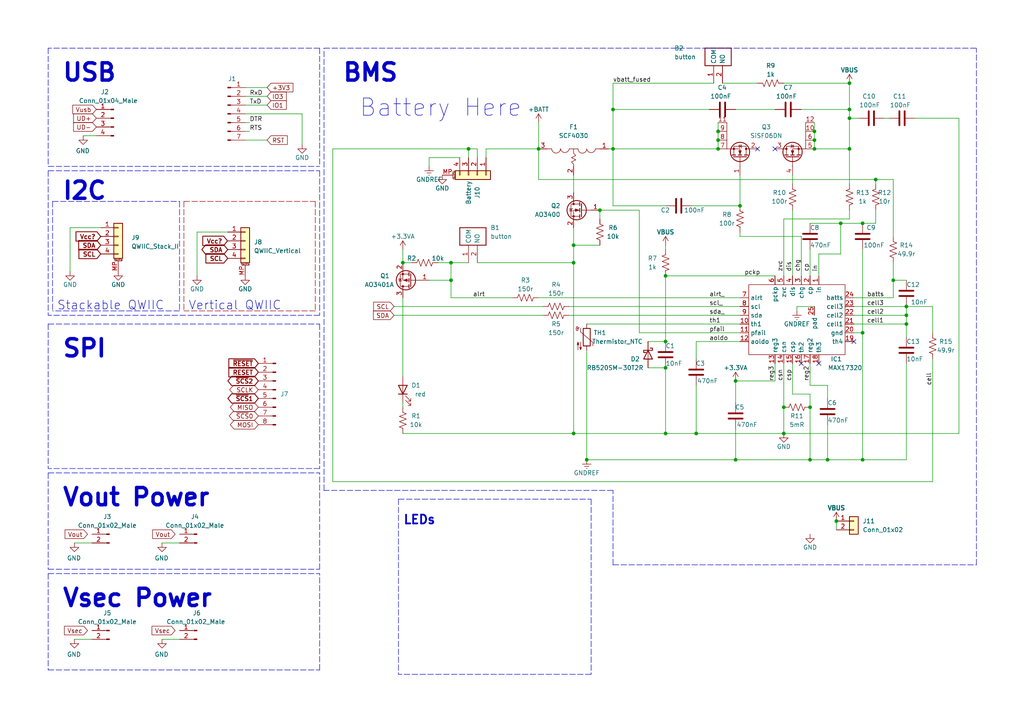
<source format=kicad_sch>
(kicad_sch (version 20211123) (generator eeschema)
  (paper "A4")
  (title_block (title "2s Li-Ion BMS") (rev "0.2.0") (company "The Nerd Mage / Austins Creations"))
  (lib_symbols
    (symbol "Austins creations:MAX17320"
      (property "Reference" "IC1" (at 11.43 -11.43 90))
      (property "Value" "MAX17320" (at 11.43 -13.97 90))
      (symbol "MAX17320_1_1"
        (pin input line (at -12.7 6.35 0) (length 2.54) (name "in") (number "1"))
        (pin input line (at 1.27 -16.51 90) (length 2.54) (name "th1") (number "10"))
        (pin input line (at 3.81 -16.51 90) (length 2.54) (name "pfail") (number "11"))
        (pin input line (at 6.35 -16.51 90) (length 2.54) (name "aoldo") (number "12"))
        (pin input line (at 12.7 -6.35 180) (length 2.54) (name "reg3") (number "13"))
        (pin input line (at 12.7 -3.81 180) (length 2.54) (name "csn") (number "14"))
        (pin input line (at 12.7 -1.27 180) (length 2.54) (name "csp") (number "15"))
        (pin input line (at 12.7 1.27 180) (length 2.54) (name "th2") (number "16"))
        (pin input line (at 12.7 3.81 180) (length 2.54) (name "reg2") (number "17"))
        (pin input line (at 12.7 6.35 180) (length 2.54) (name "th3") (number "18"))
        (pin input line (at 6.35 16.51 270) (length 2.54) (name "th4") (number "19"))
        (pin input line (at -12.7 3.81 0) (length 2.54) (name "cp") (number "2"))
        (pin input line (at 3.81 16.51 270) (length 2.54) (name "gnd") (number "20"))
        (pin input line (at 1.27 16.51 270) (length 2.54) (name "cell1") (number "21"))
        (pin input line (at -1.27 16.51 270) (length 2.54) (name "cell2") (number "22"))
        (pin input line (at -3.81 16.51 270) (length 2.54) (name "cell3") (number "23"))
        (pin input line (at -6.35 16.51 270) (length 2.54) (name "batts") (number "24"))
        (pin input line (at -3.81 5.08 0) (length 2.54) (name "pad") (number "25"))
        (pin input line (at -12.7 1.27 0) (length 2.54) (name "chg") (number "3"))
        (pin input line (at -12.7 -1.27 0) (length 2.54) (name "dis") (number "4"))
        (pin input line (at -12.7 -3.81 0) (length 2.54) (name "zvc") (number "5"))
        (pin input line (at -12.7 -6.35 0) (length 2.54) (name "pckp") (number "6"))
        (pin input line (at -6.35 -16.51 90) (length 2.54) (name "alrt") (number "7"))
        (pin input line (at -3.81 -16.51 90) (length 2.54) (name "scl") (number "8"))
        (pin input line (at -1.27 -16.51 90) (length 2.54) (name "sda") (number "9"))
      )
    )
    (symbol "Austins creations:SCF4030"
      (property "Reference" "F" (at 0 5.08 0))
      (property "Value" "SCF4030" (at 0 2.54 0))
      (symbol "SCF4030_1_1"
        (pin input line (at 10.16 0 180) (length 2.54) (name "") (number "1"))
        (pin input line (at 0 -7.62 90) (length 2.54) (name "") (number "2"))
        (pin input line (at -10.16 0 0) (length 2.54) (name "") (number "3"))
      )
    )
    (symbol "Austins creations:button"
      (property "Reference" "B" (at 0 10.16 0))
      (property "Value" "button" (at 0 7.62 0))
      (property "part #" "C410373" (at 0 5.08 0))
      (symbol "button_1_0"
        (pin bidirectional line (at -5.08 1.27 0) (length 5.08) (name "COM") (number "1"))
        (pin bidirectional line (at -5.08 -1.27 0) (length 5.08) (name "NO") (number "2"))
      )
    )
    (symbol "Connector:Conn_01x02_Male" (pin_names (offset 1.016) hide)
      (property "Reference" "J" (at 0 2.54 0))
      (property "Value" "Conn_01x02_Male" (at 0 -5.08 0))
      (symbol "Conn_01x02_Male_1_1"
        (pin passive line (at 5.08 0 180) (length 3.81) (name "Pin_1") (number "1"))
        (pin passive line (at 5.08 -2.54 180) (length 3.81) (name "Pin_2") (number "2"))
      )
    )
    (symbol "Connector:Conn_01x04_Male" (pin_names (offset 1.016) hide)
      (property "Reference" "J" (at 0 5.08 0))
      (property "Value" "Conn_01x04_Male" (at 0 -7.62 0))
      (symbol "Conn_01x04_Male_1_1"
        (pin passive line (at 5.08 2.54 180) (length 3.81) (name "Pin_1") (number "1"))
        (pin passive line (at 5.08 0 180) (length 3.81) (name "Pin_2") (number "2"))
        (pin passive line (at 5.08 -2.54 180) (length 3.81) (name "Pin_3") (number "3"))
        (pin passive line (at 5.08 -5.08 180) (length 3.81) (name "Pin_4") (number "4"))
      )
    )
    (symbol "Connector:Conn_01x07_Male" (pin_names (offset 1.016) hide)
      (property "Reference" "J" (at 0 10.16 0))
      (property "Value" "Conn_01x07_Male" (at 0 -10.16 0))
      (symbol "Conn_01x07_Male_1_1"
        (pin passive line (at 5.08 7.62 180) (length 3.81) (name "Pin_1") (number "1"))
        (pin passive line (at 5.08 5.08 180) (length 3.81) (name "Pin_2") (number "2"))
        (pin passive line (at 5.08 2.54 180) (length 3.81) (name "Pin_3") (number "3"))
        (pin passive line (at 5.08 0 180) (length 3.81) (name "Pin_4") (number "4"))
        (pin passive line (at 5.08 -2.54 180) (length 3.81) (name "Pin_5") (number "5"))
        (pin passive line (at 5.08 -5.08 180) (length 3.81) (name "Pin_6") (number "6"))
        (pin passive line (at 5.08 -7.62 180) (length 3.81) (name "Pin_7") (number "7"))
      )
    )
    (symbol "Connector:Conn_01x08_Male" (pin_names (offset 1.016) hide)
      (property "Reference" "J" (at 0 10.16 0))
      (property "Value" "Conn_01x08_Male" (at 0 -12.7 0))
      (symbol "Conn_01x08_Male_1_1"
        (pin passive line (at 5.08 7.62 180) (length 3.81) (name "Pin_1") (number "1"))
        (pin passive line (at 5.08 5.08 180) (length 3.81) (name "Pin_2") (number "2"))
        (pin passive line (at 5.08 2.54 180) (length 3.81) (name "Pin_3") (number "3"))
        (pin passive line (at 5.08 0 180) (length 3.81) (name "Pin_4") (number "4"))
        (pin passive line (at 5.08 -2.54 180) (length 3.81) (name "Pin_5") (number "5"))
        (pin passive line (at 5.08 -5.08 180) (length 3.81) (name "Pin_6") (number "6"))
        (pin passive line (at 5.08 -7.62 180) (length 3.81) (name "Pin_7") (number "7"))
        (pin passive line (at 5.08 -10.16 180) (length 3.81) (name "Pin_8") (number "8"))
      )
    )
    (symbol "Connector_Generic:Conn_01x02" (pin_names (offset 1.016) hide)
      (property "Reference" "J" (at 0 2.54 0))
      (property "Value" "Conn_01x02" (at 0 -5.08 0))
      (symbol "Conn_01x02_1_1"
        (pin passive line (at -5.08 0 0) (length 3.81) (name "Pin_1") (number "1"))
        (pin passive line (at -5.08 -2.54 0) (length 3.81) (name "Pin_2") (number "2"))
      )
    )
    (symbol "Connector_Generic_MountingPin:Conn_01x04_MountingPin" (pin_names (offset 1.016) hide)
      (property "Reference" "J" (at 0 5.08 0))
      (property "Value" "Conn_01x04_MountingPin" (at 1.27 -7.62 0))
      (symbol "Conn_01x04_MountingPin_1_1"
        (text "Mounting" (at 0 -6.731 0) (effects (font (size 0.381 0.381))))
        (pin passive line (at -5.08 2.54 0) (length 3.81) (name "Pin_1") (number "1"))
        (pin passive line (at -5.08 0 0) (length 3.81) (name "Pin_2") (number "2"))
        (pin passive line (at -5.08 -2.54 0) (length 3.81) (name "Pin_3") (number "3"))
        (pin passive line (at -5.08 -5.08 0) (length 3.81) (name "Pin_4") (number "4"))
        (pin passive line (at 0 -10.16 90) (length 3.048) (name "MountPin") (number "MP"))
      )
    )
    (symbol "Connector_QWIIC_Stackable:QWIIC_Stackable" (pin_names (offset 1.016) hide)
      (property "Reference" "J" (at 0 5.08 0))
      (property "Value" "QWIIC_Stackable" (at 1.27 -7.62 0))
      (symbol "QWIIC_Stackable_1_1"
        (text "Mounting" (at 0 -6.731 0) (effects (font (size 0.381 0.381))))
        (pin passive line (at -5.08 2.54 0) (length 3.81) (name "Pin_1") (number "1"))
        (pin passive line (at -5.08 0 0) (length 3.81) (name "Pin_2") (number "2"))
        (pin passive line (at -5.08 -2.54 0) (length 3.81) (name "Pin_3") (number "3"))
        (pin passive line (at -5.08 -5.08 0) (length 3.81) (name "Pin_4") (number "4"))
        (pin passive line (at 0 -10.16 90) (length 3.048) (name "MountPin") (number "MP"))
      )
    )
    (symbol "Device:C" (pin_numbers hide) (pin_names (offset 0.254))
      (property "Reference" "C" (at 0.635 2.54 0))
      (property "Value" "C" (at 0.635 -2.54 0))
      (symbol "C_1_1"
        (pin passive line (at 0 3.81 270) (length 2.794) (name "~") (number "1"))
        (pin passive line (at 0 -3.81 90) (length 2.794) (name "~") (number "2"))
      )
    )
    (symbol "Device:D_Schottky" (pin_numbers hide) (pin_names (offset 1.016) hide)
      (property "Reference" "D" (at 0 2.54 0))
      (property "Value" "D_Schottky" (at 0 -2.54 0))
      (symbol "D_Schottky_1_1"
        (pin passive line (at -3.81 0 0) (length 2.54) (name "K") (number "1"))
        (pin passive line (at 3.81 0 180) (length 2.54) (name "A") (number "2"))
      )
    )
    (symbol "Device:LED" (pin_numbers hide) (pin_names (offset 1.016) hide)
      (property "Reference" "D" (at 0 2.54 0))
      (property "Value" "LED" (at 0 -2.54 0))
      (symbol "LED_1_1"
        (pin passive line (at -3.81 0 0) (length 2.54) (name "K") (number "1"))
        (pin passive line (at 3.81 0 180) (length 2.54) (name "A") (number "2"))
      )
    )
    (symbol "Device:R_US" (pin_numbers hide) (pin_names (offset 0))
      (property "Reference" "R" (at 2.54 0 90))
      (property "Value" "R_US" (at -2.54 0 90))
      (symbol "R_US_1_1"
        (pin passive line (at 0 3.81 270) (length 1.27) (name "~") (number "1"))
        (pin passive line (at 0 -3.81 90) (length 1.27) (name "~") (number "2"))
      )
    )
    (symbol "Device:Thermistor_NTC" (pin_numbers hide) (pin_names (offset 0))
      (property "Reference" "TH" (at -4.445 0 90))
      (property "Value" "Thermistor_NTC" (at 3.175 0 90))
      (symbol "Thermistor_NTC_1_1"
        (pin passive line (at 0 3.81 270) (length 1.27) (name "~") (number "1"))
        (pin passive line (at 0 -3.81 90) (length 1.27) (name "~") (number "2"))
      )
    )
    (symbol "SISF06DN-T1-GE3:SiSF06DN" (pin_names hide)
      (property "Reference" "Q3" (at -7.62 2.54 90))
      (property "Value" "SiSF06DN" (at 5.08 7.62 90))
      (symbol "SiSF06DN_1_1"
        (pin input line (at -7.62 15.24 0) (length 2.54) (name "G1") (number "1"))
        (pin passive line (at 5.08 -6.35 90) (length 2.54) (name "S2") (number "10"))
        (pin passive line (at 7.62 21.59 270) (length 2.54) (name "S1") (number "11"))
        (pin passive line (at 7.62 -6.35 90) (length 2.54) (name "S2") (number "12"))
        (pin passive line (at 0 10.16 90) (length 2.54) (name "D1") (number "2"))
        (pin passive line (at 0 5.08 270) (length 2.54) (name "D2") (number "3"))
        (pin input line (at -7.62 0 0) (length 2.54) (name "G2") (number "4"))
        (pin passive line (at 0 -6.35 90) (length 2.54) (name "S2") (number "5"))
        (pin passive line (at 2.54 -6.35 90) (length 2.54) (name "S2") (number "6"))
        (pin passive line (at 0 21.59 270) (length 2.54) (name "S1") (number "7"))
        (pin passive line (at 2.54 21.59 270) (length 2.54) (name "S1") (number "8"))
        (pin passive line (at 5.08 21.59 270) (length 2.54) (name "S1") (number "9"))
      )
    )
    (symbol "Transistor_FET:2N7002" (pin_names hide)
      (property "Reference" "Q" (at 5.08 1.905 0))
      (property "Value" "2N7002" (at 5.08 0 0))
      (symbol "2N7002_1_1"
        (pin input line (at -5.08 0 0) (length 2.54) (name "G") (number "1"))
        (pin passive line (at 2.54 -5.08 90) (length 2.54) (name "S") (number "2"))
        (pin passive line (at 2.54 5.08 270) (length 2.54) (name "D") (number "3"))
      )
    )
    (symbol "Transistor_FET:AO3401A" (pin_names hide)
      (property "Reference" "Q" (at 5.08 1.905 0))
      (property "Value" "AO3401A" (at 5.08 0 0))
      (symbol "AO3401A_1_1"
        (pin input line (at -5.08 0 0) (length 2.54) (name "G") (number "1"))
        (pin passive line (at 2.54 -5.08 90) (length 2.54) (name "S") (number "2"))
        (pin passive line (at 2.54 5.08 270) (length 2.54) (name "D") (number "3"))
      )
    )
    (symbol "power:+3.3VA" (power) (pin_names (offset 0))
      (property "Value" "+3.3VA" (at 0 3.556 0))
      (symbol "+3.3VA_1_1"
        (pin power_in line (at 0 0 90) (length 0) hide (name "+3.3VA") (number "1"))
      )
    )
    (symbol "power:+BATT" (power) (pin_names (offset 0))
      (property "Value" "+BATT" (at 0 3.556 0))
      (symbol "+BATT_1_1"
        (pin power_in line (at 0 0 90) (length 0) hide (name "+BATT") (number "1"))
      )
    )
    (symbol "power:GND" (power) (pin_names (offset 0))
      (property "Value" "GND" (at 0 -3.81 0))
      (symbol "GND_1_1"
        (pin power_in line (at 0 0 270) (length 0) hide (name "GND") (number "1"))
      )
    )
    (symbol "power:GNDREF" (power) (pin_names (offset 0))
      (property "Value" "GNDREF" (at 0 -3.81 0))
      (symbol "GNDREF_1_1"
        (pin power_in line (at 0 0 270) (length 0) hide (name "GNDREF") (number "1"))
      )
    )
    (symbol "power:VBUS" (power) (pin_names (offset 0))
      (property "Value" "VBUS" (at 0 3.81 0))
      (symbol "VBUS_1_1"
        (pin power_in line (at 0 0 90) (length 0) hide (name "VBUS") (number "1"))
      )
    )
  )
  (junction (at 156.21 43.18))
  (junction (at 116.84 76.2))
  (junction (at 240.03 133.35))
  (junction (at 236.22 43.18))
  (junction (at 130.81 81.28))
  (junction (at 173.99 60.96))
  (junction (at 166.37 71.12))
  (junction (at 214.63 59.69))
  (junction (at 246.38 43.18))
  (junction (at 259.08 81.28))
  (junction (at 213.36 110.49))
  (junction (at 262.89 91.44))
  (junction (at 208.28 40.64))
  (junction (at 213.36 133.35))
  (junction (at 234.95 118.11))
  (junction (at 243.84 64.77))
  (junction (at 242.57 151.13))
  (junction (at 201.93 125.73))
  (junction (at 246.38 34.29))
  (junction (at 177.8 31.75))
  (junction (at 166.37 125.73))
  (junction (at 208.28 38.1))
  (junction (at 193.04 99.06))
  (junction (at 170.18 133.35))
  (junction (at 254 52.07))
  (junction (at 193.04 106.68))
  (junction (at 250.19 133.35))
  (junction (at 130.81 76.2))
  (junction (at 227.33 118.11))
  (junction (at 208.28 43.18))
  (junction (at 166.37 76.2))
  (junction (at 193.04 125.73))
  (junction (at 246.38 24.13))
  (junction (at 177.8 43.18))
  (junction (at 236.22 38.1))
  (junction (at 250.19 64.77))
  (junction (at 262.89 88.9))
  (junction (at 250.19 96.52))
  (junction (at 193.04 80.01))
  (junction (at 135.89 43.18))
  (junction (at 227.33 125.73))
  (junction (at 262.89 93.98))
  (junction (at 246.38 31.75))
  (junction (at 236.22 40.64))
  (junction (at 234.95 133.35))
  (no_connect (at 237.49 105.41))
  (no_connect (at 224.79 43.18))
  (no_connect (at 219.71 43.18))
  (no_connect (at 247.65 99.06))
  (no_connect (at 232.41 105.41))
  (wire (pts (xy 242.57 151.13) (xy 242.57 153.67)))
  (wire (pts (xy 246.38 31.75) (xy 246.38 34.29)))
  (wire (pts (xy 234.95 105.41) (xy 234.95 111.76)))
  (wire (pts (xy 247.65 93.98) (xy 262.89 93.98)))
  (polyline (pts (xy 115.57 144.78) (xy 171.45 144.78)))
  (wire (pts (xy 201.93 99.06) (xy 214.63 99.06)))
  (wire (pts (xy 71.12 25.4) (xy 77.47 25.4)))
  (wire (pts (xy 127 76.2) (xy 130.81 76.2)))
  (wire (pts (xy 232.41 31.75) (xy 246.38 31.75)))
  (wire (pts (xy 229.87 50.8) (xy 229.87 53.34)))
  (wire (pts (xy 214.63 50.8) (xy 214.63 59.69)))
  (wire (pts (xy 227.33 105.41) (xy 227.33 118.11)))
  (wire (pts (xy 254 52.07) (xy 254 53.34)))
  (polyline (pts (xy 13.97 194.31) (xy 92.71 194.31)))
  (polyline (pts (xy 115.57 144.78) (xy 115.57 195.58)))
  (wire (pts (xy 177.8 31.75) (xy 177.8 43.18)))
  (wire (pts (xy 232.41 68.58) (xy 232.41 80.01)))
  (wire (pts (xy 262.89 88.9) (xy 262.89 91.44)))
  (polyline (pts (xy 92.71 194.31) (xy 92.71 166.37)))
  (wire (pts (xy 224.79 110.49) (xy 224.79 105.41)))
  (wire (pts (xy 165.1 88.9) (xy 214.63 88.9)))
  (wire (pts (xy 262.89 88.9) (xy 270.51 88.9)))
  (polyline (pts (xy 92.71 91.44) (xy 13.97 91.44)))
  (wire (pts (xy 208.28 38.1) (xy 208.28 40.64)))
  (wire (pts (xy 236.22 43.18) (xy 246.38 43.18)))
  (wire (pts (xy 270.51 88.9) (xy 270.51 96.52)))
  (wire (pts (xy 193.04 125.73) (xy 201.93 125.73)))
  (polyline (pts (xy 53.34 58.42) (xy 91.44 58.42)) (stroke (width 0) (color 155 0 0 1)))
  (wire (pts (xy 262.89 105.41) (xy 262.89 133.35)))
  (wire (pts (xy 213.36 31.75) (xy 224.79 31.75)))
  (wire (pts (xy 71.12 30.48) (xy 77.47 30.48)))
  (wire (pts (xy 208.28 35.56) (xy 208.28 38.1)))
  (wire (pts (xy 236.22 35.56) (xy 236.22 38.1)))
  (wire (pts (xy 256.54 34.29) (xy 257.81 34.29)))
  (wire (pts (xy 185.42 60.96) (xy 185.42 96.52)))
  (wire (pts (xy 29.21 66.04) (xy 20.32 66.04)))
  (wire (pts (xy 156.21 43.18) (xy 156.21 52.07)))
  (wire (pts (xy 236.22 88.9) (xy 231.14 88.9)))
  (wire (pts (xy 213.36 110.49) (xy 224.79 110.49)))
  (wire (pts (xy 234.95 133.35) (xy 240.03 133.35)))
  (polyline (pts (xy 53.34 58.42) (xy 53.34 90.17)) (stroke (width 0) (color 155 0 0 1)))
  (wire (pts (xy 213.36 124.46) (xy 213.36 133.35)))
  (polyline (pts (xy 13.97 49.53) (xy 92.71 49.53)))
  (polyline (pts (xy 13.97 166.37) (xy 92.71 166.37)))
  (wire (pts (xy 130.81 81.28) (xy 130.81 86.36)))
  (wire (pts (xy 227.33 118.11) (xy 227.33 125.73)))
  (wire (pts (xy 209.55 24.13) (xy 219.71 24.13)))
  (wire (pts (xy 259.08 68.58) (xy 259.08 52.07)))
  (wire (pts (xy 259.08 76.2) (xy 259.08 81.28)))
  (wire (pts (xy 193.04 59.69) (xy 177.8 59.69)))
  (wire (pts (xy 156.21 35.56) (xy 156.21 43.18)))
  (wire (pts (xy 116.84 116.84) (xy 116.84 118.11)))
  (polyline (pts (xy 92.71 93.98) (xy 92.71 135.89)))
  (polyline (pts (xy 171.45 195.58) (xy 115.57 195.58)))
  (wire (pts (xy 229.87 114.3) (xy 229.87 105.41)))
  (wire (pts (xy 240.03 123.19) (xy 240.03 133.35)))
  (wire (pts (xy 214.63 96.52) (xy 185.42 96.52)))
  (polyline (pts (xy 15.24 58.42) (xy 52.07 58.42)))
  (wire (pts (xy 166.37 125.73) (xy 193.04 125.73)))
  (wire (pts (xy 27.94 39.37) (xy 24.13 39.37)))
  (wire (pts (xy 138.43 76.2) (xy 166.37 76.2)))
  (wire (pts (xy 229.87 114.3) (xy 234.95 114.3)))
  (wire (pts (xy 247.65 96.52) (xy 250.19 96.52)))
  (wire (pts (xy 124.46 81.28) (xy 130.81 81.28)))
  (wire (pts (xy 166.37 71.12) (xy 166.37 76.2)))
  (wire (pts (xy 140.97 43.18) (xy 156.21 43.18)))
  (polyline (pts (xy 93.98 142.24) (xy 93.98 13.97)))
  (wire (pts (xy 227.33 63.5) (xy 246.38 63.5)))
  (polyline (pts (xy 92.71 13.97) (xy 13.97 13.97)))
  (wire (pts (xy 116.84 76.2) (xy 119.38 76.2)))
  (wire (pts (xy 236.22 40.64) (xy 236.22 43.18)))
  (wire (pts (xy 173.99 60.96) (xy 173.99 63.5)))
  (polyline (pts (xy 91.44 58.42) (xy 91.44 90.17)) (stroke (width 0) (color 155 0 0 1)))
  (wire (pts (xy 156.21 86.36) (xy 214.63 86.36)))
  (wire (pts (xy 66.04 69.85) (xy 65.9851 69.8684)))
  (polyline (pts (xy 15.24 58.42) (xy 15.24 90.17)))
  (wire (pts (xy 71.12 40.64) (xy 77.47 40.64)))
  (wire (pts (xy 176.53 43.18) (xy 177.8 43.18)))
  (polyline (pts (xy 93.98 13.97) (xy 283.21 13.97)))
  (polyline (pts (xy 177.8 142.24) (xy 93.98 142.24)))
  (wire (pts (xy 173.99 60.96) (xy 185.42 60.96)))
  (wire (pts (xy 87.63 33.02) (xy 71.12 33.02)))
  (polyline (pts (xy 13.97 137.16) (xy 13.97 165.1)))
  (wire (pts (xy 234.95 114.3) (xy 234.95 118.11)))
  (wire (pts (xy 133.35 45.72) (xy 124.46 45.72)))
  (polyline (pts (xy 92.71 49.53) (xy 92.71 91.44)))
  (wire (pts (xy 46.99 157.48) (xy 52.07 157.48)))
  (wire (pts (xy 201.93 111.76) (xy 201.93 125.73)))
  (wire (pts (xy 193.04 106.68) (xy 193.04 125.73)))
  (wire (pts (xy 234.95 64.77) (xy 243.84 64.77)))
  (wire (pts (xy 138.43 43.18) (xy 138.43 45.72)))
  (wire (pts (xy 213.36 133.35) (xy 234.95 133.35)))
  (wire (pts (xy 114.3 88.9) (xy 157.48 88.9)))
  (wire (pts (xy 21.59 157.48) (xy 26.67 157.48)))
  (wire (pts (xy 166.37 66.04) (xy 166.37 71.12)))
  (wire (pts (xy 71.12 38.1) (xy 72.39 38.1)))
  (polyline (pts (xy 177.8 163.83) (xy 177.8 142.24)))
  (wire (pts (xy 236.22 38.1) (xy 236.22 40.64)))
  (wire (pts (xy 237.49 73.66) (xy 243.84 73.66)))
  (wire (pts (xy 166.37 76.2) (xy 166.37 125.73)))
  (wire (pts (xy 227.33 24.13) (xy 246.38 24.13)))
  (polyline (pts (xy 13.97 93.98) (xy 92.71 93.98)))
  (wire (pts (xy 116.84 72.39) (xy 116.84 76.2)))
  (wire (pts (xy 96.52 139.7) (xy 96.52 43.18)))
  (wire (pts (xy 71.12 27.94) (xy 77.47 27.94)))
  (wire (pts (xy 262.89 93.98) (xy 262.89 97.79)))
  (wire (pts (xy 213.36 110.49) (xy 213.36 116.84)))
  (wire (pts (xy 57.15 67.31) (xy 57.15 80.01)))
  (polyline (pts (xy 13.97 166.37) (xy 13.97 194.31)))
  (wire (pts (xy 170.18 93.98) (xy 214.63 93.98)))
  (polyline (pts (xy 91.44 90.17) (xy 53.34 90.17)) (stroke (width 0) (color 155 0 0 1)))
  (wire (pts (xy 246.38 43.18) (xy 246.38 53.34)))
  (wire (pts (xy 166.37 50.8) (xy 166.37 55.88)))
  (wire (pts (xy 200.66 59.69) (xy 214.63 59.69)))
  (wire (pts (xy 201.93 125.73) (xy 227.33 125.73)))
  (wire (pts (xy 177.8 43.18) (xy 177.8 59.69)))
  (polyline (pts (xy 13.97 13.97) (xy 13.97 48.26)))
  (wire (pts (xy 246.38 34.29) (xy 248.92 34.29)))
  (wire (pts (xy 193.04 80.01) (xy 224.79 80.01)))
  (wire (pts (xy 96.52 139.7) (xy 270.51 139.7)))
  (wire (pts (xy 227.33 125.73) (xy 278.13 125.73)))
  (wire (pts (xy 278.13 34.29) (xy 278.13 125.73)))
  (wire (pts (xy 177.8 24.13) (xy 177.8 31.75)))
  (wire (pts (xy 46.99 185.42) (xy 52.07 185.42)))
  (wire (pts (xy 207.01 24.13) (xy 177.8 24.13)))
  (wire (pts (xy 229.87 60.96) (xy 229.87 80.01)))
  (wire (pts (xy 227.33 80.01) (xy 227.33 63.5)))
  (wire (pts (xy 135.89 43.18) (xy 135.89 45.72)))
  (polyline (pts (xy 13.97 137.16) (xy 92.71 137.16)))
  (polyline (pts (xy 52.07 90.17) (xy 15.24 90.17)))
  (wire (pts (xy 177.8 31.75) (xy 205.74 31.75)))
  (wire (pts (xy 247.65 88.9) (xy 262.89 88.9)))
  (wire (pts (xy 165.1 91.44) (xy 214.63 91.44)))
  (wire (pts (xy 130.81 86.36) (xy 148.59 86.36)))
  (wire (pts (xy 250.19 96.52) (xy 250.19 133.35)))
  (wire (pts (xy 66.04 67.31) (xy 57.15 67.31)))
  (wire (pts (xy 116.84 125.73) (xy 166.37 125.73)))
  (wire (pts (xy 247.65 91.44) (xy 262.89 91.44)))
  (wire (pts (xy 234.95 72.39) (xy 234.95 80.01)))
  (wire (pts (xy 214.63 67.31) (xy 214.63 68.58)))
  (wire (pts (xy 116.84 86.36) (xy 116.84 109.22)))
  (wire (pts (xy 166.37 71.12) (xy 173.99 71.12)))
  (wire (pts (xy 87.63 41.91) (xy 87.63 33.02)))
  (polyline (pts (xy 52.07 58.42) (xy 52.07 90.17)))
  (polyline (pts (xy 177.8 163.83) (xy 283.21 163.83)))
  (wire (pts (xy 170.18 133.35) (xy 213.36 133.35)))
  (wire (pts (xy 240.03 115.57) (xy 240.03 111.76)))
  (wire (pts (xy 193.04 71.12) (xy 193.04 72.39)))
  (wire (pts (xy 270.51 104.14) (xy 270.51 139.7)))
  (wire (pts (xy 187.96 99.06) (xy 193.04 99.06)))
  (wire (pts (xy 243.84 64.77) (xy 243.84 73.66)))
  (wire (pts (xy 237.49 80.01) (xy 237.49 73.66)))
  (wire (pts (xy 240.03 133.35) (xy 250.19 133.35)))
  (wire (pts (xy 130.81 76.2) (xy 135.89 76.2)))
  (wire (pts (xy 130.81 76.2) (xy 130.81 81.28)))
  (polyline (pts (xy 92.71 165.1) (xy 92.71 137.16)))
  (wire (pts (xy 20.32 66.04) (xy 20.32 78.74)))
  (wire (pts (xy 208.28 40.64) (xy 208.28 43.18)))
  (wire (pts (xy 240.03 111.76) (xy 234.95 111.76)))
  (wire (pts (xy 246.38 24.13) (xy 246.38 31.75)))
  (wire (pts (xy 259.08 81.28) (xy 259.08 86.36)))
  (wire (pts (xy 124.46 45.72) (xy 124.46 48.26)))
  (wire (pts (xy 193.04 80.01) (xy 193.04 99.06)))
  (wire (pts (xy 170.18 101.6) (xy 170.18 133.35)))
  (wire (pts (xy 177.8 43.18) (xy 208.28 43.18)))
  (wire (pts (xy 243.84 64.77) (xy 250.19 64.77)))
  (wire (pts (xy 231.14 88.9) (xy 231.14 90.17)))
  (wire (pts (xy 246.38 34.29) (xy 246.38 43.18)))
  (wire (pts (xy 246.38 60.96) (xy 246.38 63.5)))
  (wire (pts (xy 254 64.77) (xy 254 60.96)))
  (polyline (pts (xy 92.71 13.97) (xy 92.71 48.26)))
  (wire (pts (xy 234.95 118.11) (xy 234.95 133.35)))
  (polyline (pts (xy 171.45 144.78) (xy 171.45 195.58)))
  (wire (pts (xy 265.43 34.29) (xy 278.13 34.29)))
  (wire (pts (xy 135.89 43.18) (xy 138.43 43.18)))
  (wire (pts (xy 214.63 68.58) (xy 232.41 68.58)))
  (polyline (pts (xy 13.97 93.98) (xy 13.97 135.89)))
  (wire (pts (xy 96.52 43.18) (xy 135.89 43.18)))
  (wire (pts (xy 250.19 64.77) (xy 254 64.77)))
  (wire (pts (xy 247.65 86.36) (xy 259.08 86.36)))
  (wire (pts (xy 262.89 91.44) (xy 262.89 93.98)))
  (wire (pts (xy 71.12 35.56) (xy 72.39 35.56)))
  (wire (pts (xy 259.08 52.07) (xy 254 52.07)))
  (polyline (pts (xy 283.21 163.83) (xy 283.21 13.97)))
  (polyline (pts (xy 13.97 48.26) (xy 92.71 48.26)))
  (wire (pts (xy 259.08 81.28) (xy 262.89 81.28)))
  (wire (pts (xy 114.3 91.44) (xy 157.48 91.44)))
  (polyline (pts (xy 13.97 165.1) (xy 92.71 165.1)))
  (wire (pts (xy 250.19 72.39) (xy 250.19 96.52)))
  (wire (pts (xy 250.19 133.35) (xy 262.89 133.35)))
  (wire (pts (xy 156.21 52.07) (xy 254 52.07)))
  (polyline (pts (xy 92.71 135.89) (xy 13.97 135.89)))
  (wire (pts (xy 21.59 185.42) (xy 26.67 185.42)))
  (wire (pts (xy 140.97 43.18) (xy 140.97 45.72)))
  (wire (pts (xy 187.96 106.68) (xy 193.04 106.68)))
  (wire (pts (xy 201.93 99.06) (xy 201.93 104.14)))
  (polyline (pts (xy 13.97 49.53) (xy 13.97 91.44)))
  (text "Vout Power" (at 17.78 147.32 0) (effects (font (size 5 5) (thickness 1) bold) (justify left bottom)))
  (text "I2C" (at 17.78 58.42 0) (effects (font (size 5 5) (thickness 1) bold) (justify left bottom)))
  (text "Stackable QWIIC" (at 16.51 90.17 0) (effects (font (size 2.54 2.54)) (justify left bottom)))
  (text "SPI" (at 17.78 104.14 0) (effects (font (size 5 5) (thickness 1) bold) (justify left bottom)))
  (text "Vsec Power" (at 17.78 176.53 0) (effects (font (size 5 5) (thickness 1) bold) (justify left bottom)))
  (text "USB" (at 17.78 24.13 0) (effects (font (size 5 5) (thickness 1) bold) (justify left bottom)))
  (text "Battery Here" (at 104.14 34.29 0) (effects (font (size 5 5)) (justify left bottom)))
  (text "Vertical QWIIC" (at 54.61 90.17 0) (effects (font (size 2.54 2.54)) (justify left bottom)))
  (text "BMS" (at 99.06 24.13 0) (effects (font (size 5 5) (thickness 1) bold) (justify left bottom)))
  (text "LEDs" (at 116.84 152.4 180) (effects (font (size 2.54 2.54) (thickness 0.508) bold) (justify left bottom)))
  (label "alrt_" (at 205.74 86.36 0))
  (label "aoldo" (at 205.74 99.06 0))
  (label "batts" (at 251.46 86.36 0))
  (label "alrt" (at 137.16 86.36 0))
  (label "cell" (at 270.51 111.76 90))
  (label "cell1" (at 251.46 93.98 0))
  (label "csn" (at 227.33 110.49 90))
  (label "cp" (at 234.95 78.74 90))
  (label "reg2" (at 234.95 110.49 90))
  (label "pckp" (at 215.9 80.01 0))
  (label "pfail" (at 205.74 96.52 0))
  (label "chg" (at 232.41 78.74 90))
  (label "reg3" (at 224.79 110.49 90))
  (label "csp" (at 229.87 110.49 90))
  (label "th1" (at 205.74 93.98 0))
  (label "TxD" (at 72.39 30.48 0))
  (label "in" (at 237.49 78.74 90))
  (label "DTR" (at 72.39 35.56 0))
  (label "sda_" (at 205.74 91.44 0))
  (label "cell3" (at 251.46 88.9 0))
  (label "zvc" (at 227.33 78.74 90))
  (label "dis" (at 229.87 78.74 90))
  (label "RTS" (at 72.39 38.1 0))
  (label "cell2" (at 251.46 91.44 0))
  (label "RxD" (at 72.39 27.94 0))
  (label "scl_" (at 205.74 88.9 0))
  (label "vbatt_fused" (at 177.8 24.13 0))
  (global_label "Vcc?" (shape input) (at 29.21 68.58 180) (effects (font (thickness 0.254) bold)) (property "Intersheet References" "${INTERSHEET_REFS}" (effects hide)))
  (global_label "Vusb" (shape input) (at 27.94 31.75 180) (property "Intersheet References" "${INTERSHEET_REFS}" (effects hide)))
  (global_label "SCL" (shape input) (at 66.04 74.93 180) (effects (font (thickness 0.254) bold)) (property "Intersheet References" "${INTERSHEET_REFS}" (effects hide)))
  (global_label "~{SCS}0" (shape bidirectional) (at 74.93 120.65 180) (property "Intersheet References" "${INTERSHEET_REFS}" (effects hide)))
  (global_label "SDA" (shape bidirectional) (at 66.04 72.39 180) (effects (font bold)) (property "Intersheet References" "${INTERSHEET_REFS}" (effects hide)))
  (global_label "Vout" (shape input) (at 25.4 154.94 180) (property "Intersheet References" "${INTERSHEET_REFS}" (effects hide)))
  (global_label "MOSI" (shape bidirectional) (at 74.93 123.19 180) (property "Intersheet References" "${INTERSHEET_REFS}" (effects hide)))
  (global_label "IO3" (shape input) (at 77.47 27.94 0) (property "Intersheet References" "${INTERSHEET_REFS}" (effects hide)))
  (global_label "Vout" (shape input) (at 50.8 154.94 180) (property "Intersheet References" "${INTERSHEET_REFS}" (effects hide)))
  (global_label "Vsec" (shape input) (at 25.4 182.88 180) (property "Intersheet References" "${INTERSHEET_REFS}" (effects hide)))
  (global_label "IO1" (shape input) (at 77.47 30.48 0) (property "Intersheet References" "${INTERSHEET_REFS}" (effects hide)))
  (global_label "SDA" (shape input) (at 114.3 91.44 180) (property "Intersheet References" "${INTERSHEET_REFS}" (effects hide)))
  (global_label "SCL" (shape input) (at 114.3 88.9 180) (property "Intersheet References" "${INTERSHEET_REFS}" (effects hide)))
  (global_label "UD-" (shape input) (at 27.94 36.83 180) (property "Intersheet References" "${INTERSHEET_REFS}" (effects hide)))
  (global_label "~{RESET}" (shape input) (at 74.93 105.41 180) (effects (font (thickness 0.254) bold)) (property "Intersheet References" "${INTERSHEET_REFS}" (effects hide)))
  (global_label "SCLK" (shape bidirectional) (at 74.93 113.03 180) (property "Intersheet References" "${INTERSHEET_REFS}" (effects hide)))
  (global_label "SDA" (shape input) (at 29.21 71.12 180) (effects (font bold)) (property "Intersheet References" "${INTERSHEET_REFS}" (effects hide)))
  (global_label "Vcc?" (shape input) (at 65.9851 69.8684 180) (effects (font (thickness 0.254) bold)) (property "Intersheet References" "${INTERSHEET_REFS}" (effects hide)))
  (global_label "~{SCS}2" (shape bidirectional) (at 74.93 110.49 180) (effects (font (thickness 0.254) bold)) (property "Intersheet References" "${INTERSHEET_REFS}" (effects hide)))
  (global_label "+3V3" (shape input) (at 77.47 25.4 0) (property "Intersheet References" "${INTERSHEET_REFS}" (effects hide)))
  (global_label "~{SCS}1" (shape bidirectional) (at 74.93 115.57 180) (effects (font (thickness 0.254) bold)) (property "Intersheet References" "${INTERSHEET_REFS}" (effects hide)))
  (global_label "SCL" (shape input) (at 29.21 73.66 180) (effects (font (thickness 0.254) bold)) (property "Intersheet References" "${INTERSHEET_REFS}" (effects hide)))
  (global_label "MISO" (shape bidirectional) (at 74.93 118.11 180) (property "Intersheet References" "${INTERSHEET_REFS}" (effects hide)))
  (global_label "Vsec" (shape input) (at 50.8 182.88 180) (property "Intersheet References" "${INTERSHEET_REFS}" (effects hide)))
  (global_label "RESET" (shape input) (at 74.93 107.95 180) (effects (font (thickness 0.254) bold)) (property "Intersheet References" "${INTERSHEET_REFS}" (effects hide)))
  (global_label "UD+" (shape input) (at 27.94 34.29 180) (property "Intersheet References" "${INTERSHEET_REFS}" (effects hide)))
  (global_label "RST" (shape input) (at 77.47 40.64 0) (property "Intersheet References" "${INTERSHEET_REFS}" (effects hide)))
  (symbol (lib_id "Device:R_US") (at 161.29 88.9 90) (unit 1)
    (property "Reference" "R4" (at 161.29 82.55 90))
    (property "Value" "150r" (at 161.29 85.09 90))
    (property "Footprint" "Resistor_SMD:R_0603_1608Metric" (effects hide))
    (property "LCSC" "C22808" (effects hide))
  )
  (symbol (lib_id "Device:C") (at 252.73 34.29 90) (unit 1)
    (property "Reference" "C10" (at 254 27.94 90) (effects (justify left)))
    (property "Value" "100nF" (at 255.27 30.48 90) (effects (justify left)))
    (property "Footprint" "Resistor_SMD:R_0603_1608Metric" (effects hide))
    (property "LCSC" "C83060" (effects hide))
  )
  (symbol (lib_id "Device:R_US") (at 229.87 57.15 180) (unit 1)
    (property "Reference" "R10" (at 226.06 55.88 0))
    (property "Value" "100r" (at 226.06 58.42 0))
    (property "Footprint" "Resistor_SMD:R_0603_1608Metric" (effects hide))
    (property "LCSC" "C22775" (effects hide))
  )
  (symbol (lib_id "power:GNDREF") (at 170.18 133.35 0) (unit 1)
    (property "Reference" "#PWR0113" (effects hide))
    (property "Value" "GND" (at 170.18 137.16 0))
  )
  (symbol (lib_id "power:+3.3VA") (at 213.36 110.49 0) (unit 1)
    (property "Reference" "#PWR0105" (effects hide))
    (property "Value" "+3.3VA" (at 213.36 106.68 0))
  )
  (symbol (lib_id "Device:LED") (at 116.84 113.03 90) (unit 1)
    (property "Reference" "D1" (at 120.65 111.76 90))
    (property "Value" "red" (at 121.92 114.3 90))
    (property "Footprint" "LED_SMD:LED_0603_1608Metric" (effects hide))
    (property "LCSC" "C72038" (effects hide))
  )
  (symbol (lib_id "Device:R_US") (at 152.4 86.36 90) (unit 1)
    (property "Reference" "R3" (at 152.4 81.28 90))
    (property "Value" "150r" (at 152.4 83.82 90))
    (property "Footprint" "Resistor_SMD:R_0603_1608Metric" (effects hide))
    (property "LCSC" "C22808" (effects hide))
  )
  (symbol (lib_id "Device:R_US") (at 223.52 24.13 270) (mirror x) (unit 1)
    (property "Reference" "R9" (at 223.52 19.05 90))
    (property "Value" "1k" (at 223.52 21.59 90))
    (property "Footprint" "Resistor_SMD:R_0603_1608Metric" (effects hide))
    (property "LCSC" "C21190" (effects hide))
  )
  (symbol (lib_id "Austins creations:button") (at 137.16 71.12 90) (unit 1)
    (property "Reference" "B1" (at 142.24 66.0399 90) (effects (justify right)))
    (property "Value" "button" (at 142.24 68.5799 90) (effects (justify right)))
    (property "Footprint" "Tinker:SW_Push_TS273014TP" (effects hide))
    (property "LCSC" "C410373" (effects hide))
  )
  (symbol (lib_id "Connector:Conn_01x02_Male") (at 31.75 154.94 0) (mirror y) (unit 1)
    (property "Reference" "J3" (at 31.115 149.86 0))
    (property "Value" "Conn_01x02_Male" (at 31.115 152.4 0))
    (property "Footprint" "Tinker:Board_Stacker_2" (effects hide))
    (property "LCSC" "C2938400 + C2881511" (effects hide))
  )
  (symbol (lib_id "power:+3.3VA") (at 116.84 72.39 0) (unit 1)
    (property "Reference" "#PWR0115" (effects hide))
    (property "Value" "+3.3VA" (at 116.84 68.58 0))
  )
  (symbol (lib_id "Device:C") (at 193.04 102.87 0) (mirror x) (unit 1)
    (property "Reference" "C1" (at 193.04 100.33 0) (effects (justify left)))
    (property "Value" "10nF" (at 193.04 105.41 0) (effects (justify left)))
    (property "Footprint" "Resistor_SMD:R_0603_1608Metric" (effects hide))
    (property "LCSC" "C107059" (effects hide))
  )
  (symbol (lib_id "power:GNDREF") (at 231.14 90.17 0) (unit 1)
    (property "Reference" "#PWR0111" (effects hide))
    (property "Value" "GND" (at 231.14 93.98 0))
  )
  (symbol (lib_id "Device:C") (at 262.89 85.09 0) (unit 1)
    (property "Reference" "C12" (at 262.89 82.55 0) (effects (justify left)))
    (property "Value" "10nF" (at 264.16 87.63 0) (effects (justify left)))
    (property "Footprint" "Resistor_SMD:R_0603_1608Metric" (effects hide))
    (property "LCSC" "C107059" (effects hide))
  )
  (symbol (lib_id "power:GND") (at 24.13 39.37 0) (mirror y) (unit 1)
    (property "Reference" "#PWR0106" (effects hide))
    (property "Value" "GND" (at 24.003 43.7642 0))
  )
  (symbol (lib_id "Connector:Conn_01x02_Male") (at 57.15 154.94 0) (mirror y) (unit 1)
    (property "Reference" "J4" (at 56.515 149.86 0))
    (property "Value" "Conn_01x02_Male" (at 56.515 152.4 0))
    (property "Footprint" "Tinker:Board_Stacker_2" (effects hide))
    (property "LCSC" "C2938400 + C2881511" (effects hide))
  )
  (symbol (lib_id "power:GND") (at 57.15 80.01 0) (unit 1)
    (property "Reference" "#PWR0108" (effects hide))
    (property "Value" "GND" (at 57.15 83.82 0))
  )
  (symbol (lib_id "power:GNDREF") (at 124.46 48.26 0) (unit 1)
    (property "Reference" "#PWR0114" (effects hide))
    (property "Value" "GND" (at 124.46 52.07 0))
  )
  (symbol (lib_id "Device:C") (at 250.19 68.58 0) (mirror y) (unit 1)
    (property "Reference" "C9" (at 254 66.04 0) (effects (justify left)))
    (property "Value" "100nF" (at 256.54 71.12 0) (effects (justify left)))
    (property "Footprint" "Resistor_SMD:R_0603_1608Metric" (effects hide))
    (property "LCSC" "C83060" (effects hide))
  )
  (symbol (lib_id "Device:C") (at 201.93 107.95 0) (mirror y) (unit 1)
    (property "Reference" "C3" (at 204.47 105.41 0) (effects (justify left)))
    (property "Value" "470nF" (at 208.28 110.49 0) (effects (justify left)))
    (property "Footprint" "Resistor_SMD:R_0603_1608Metric" (effects hide))
    (property "LCSC" "C1704" (effects hide))
  )
  (symbol (lib_id "power:GND") (at 87.63 41.91 0) (unit 1)
    (property "Reference" "#PWR0103" (effects hide))
    (property "Value" "GND" (at 87.63 45.72 0))
  )
  (symbol (lib_id "Device:R_US") (at 161.29 91.44 270) (unit 1)
    (property "Reference" "R5" (at 161.29 93.98 90))
    (property "Value" "150r" (at 161.29 96.52 90))
    (property "Footprint" "Resistor_SMD:R_0603_1608Metric" (effects hide))
    (property "LCSC" "C22808" (effects hide))
  )
  (symbol (lib_id "Austins creations:button") (at 208.28 19.05 90) (unit 1)
    (property "Reference" "B2" (at 195.58 13.97 90) (effects (justify right)))
    (property "Value" "button" (at 195.58 16.51 90) (effects (justify right)))
    (property "Footprint" "Tinker:SW_Push_TS273014TP" (effects hide))
    (property "LCSC" "C410373" (effects hide))
  )
  (symbol (lib_id "Connector_Generic_MountingPin:Conn_01x04_MountingPin") (at 138.43 50.8 270) (unit 1)
    (property "Reference" "J10" (at 138.43 55.88 0))
    (property "Value" "Battery" (at 135.89 55.88 0))
    (property "Footprint" "Connector_JST:JST_GH_SM04B-GHS-TB_1x04-1MP_P1.25mm_Horizontal" (effects hide))
    (property "LCSC" "C225113" (effects hide))
  )
  (symbol (lib_id "Device:R_US") (at 254 57.15 0) (mirror y) (unit 1)
    (property "Reference" "R12" (at 256.54 55.88 0))
    (property "Value" "10r" (at 256.54 58.42 0))
    (property "Footprint" "Resistor_SMD:R_0603_1608Metric" (effects hide))
    (property "LCSC" "C22859" (effects hide))
  )
  (symbol (lib_id "Connector_Generic_MountingPin:Conn_01x04_MountingPin") (at 71.12 69.85 0) (unit 1) (in_bom no) (on_board no)
    (property "Reference" "J8" (at 73.66 70.2055 0) (effects (justify left)))
    (property "Value" "QWIIC_Vertical" (at 73.66 72.7455 0) (effects (justify left)))
    (property "Footprint" "Tinker:QWIIC_Vertical" (effects hide))
    (property "LCSC" "C145961" (effects hide))
  )
  (symbol (lib_id "Austins creations:MAX17320") (at 231.14 92.71 270) (unit 1)
    (property "Reference" "IC1" (at 242.57 104.14 90))
    (property "Value" "MAX17320" (at 245.11 106.68 90))
    (property "Footprint" "Package_DFN_QFN:QFN-24-1EP_4x4mm_P0.5mm_EP2.6x2.6mm" (effects hide))
    (property "mouser" "700-MAX17320G20+T" (effects hide))
  )
  (symbol (lib_id "power:GND") (at 21.59 157.48 0) (mirror y) (unit 1)
    (property "Reference" "#PWR0104" (effects hide))
    (property "Value" "GND" (at 21.463 161.8742 0))
  )
  (symbol (lib_id "Device:R_US") (at 231.14 118.11 270) (unit 1)
    (property "Reference" "R11" (at 231.14 120.65 90))
    (property "Value" "5mR" (at 231.14 123.19 90))
    (property "Footprint" "Resistor_SMD:R_2512_6332Metric" (effects hide))
    (property "LCSC" "C1021512" (effects hide))
  )
  (symbol (lib_id "Device:Thermistor_NTC") (at 170.18 97.79 0) (unit 1)
    (property "Reference" "TH1" (at 173.99 96.52 0))
    (property "Value" "Thermistor_NTC" (at 179.07 99.06 0))
    (property "Footprint" "Resistor_SMD:R_0603_1608Metric" (effects hide))
    (property "LCSC" "C13564" (effects hide))
  )
  (symbol (lib_id "Device:D_Schottky") (at 187.96 102.87 270) (unit 1)
    (property "Reference" "D2" (at 182.88 104.14 90) (effects (justify left)))
    (property "Value" "RB520SM-30T2R" (at 170.18 106.68 90) (effects (justify left)))
    (property "Footprint" "Diode_SMD:D_SOD-523" (effects hide))
    (property "LCSC" "C123011" (effects hide))
  )
  (symbol (lib_id "power:GND") (at 128.27 50.8 0) (unit 1)
    (property "Reference" "#PWR0117" (effects hide))
    (property "Value" "GND" (at 128.27 54.61 0))
  )
  (symbol (lib_id "power:GND") (at 46.99 185.42 0) (mirror y) (unit 1)
    (property "Reference" "#PWR0101" (effects hide))
    (property "Value" "GND" (at 46.863 189.8142 0))
  )
  (symbol (lib_id "Transistor_FET:2N7002") (at 168.91 60.96 0) (mirror y) (unit 1)
    (property "Reference" "Q2" (at 162.56 59.6899 0) (effects (justify left)))
    (property "Value" "AO3400" (at 162.56 62.2299 0) (effects (justify left)))
    (property "Footprint" "Package_TO_SOT_SMD:SOT-23" (effects hide))
    (property "Datasheet" "https://www.onsemi.com/pub/Collateral/NDS7002A-D.PDF" (effects hide))
    (property "LCSC" "C20917 " (effects hide))
  )
  (symbol (lib_id "power:GND") (at 46.99 157.48 0) (mirror y) (unit 1)
    (property "Reference" "#PWR0102" (effects hide))
    (property "Value" "GND" (at 46.863 161.8742 0))
  )
  (symbol (lib_id "Device:R_US") (at 173.99 67.31 0) (unit 1)
    (property "Reference" "R6" (at 177.8 66.04 0))
    (property "Value" "10k" (at 177.8 68.58 0))
    (property "Footprint" "Resistor_SMD:R_0603_1608Metric" (effects hide))
    (property "LCSC" "C98220" (effects hide))
  )
  (symbol (lib_id "power:GND") (at 21.59 185.42 0) (mirror y) (unit 1)
    (property "Reference" "#PWR0120" (effects hide))
    (property "Value" "GND" (at 21.463 189.8142 0))
  )
  (symbol (lib_id "Connector:Conn_01x07_Male") (at 66.04 33.02 0) (unit 1) (in_bom no) (on_board no)
    (property "Reference" "J1" (at 67.31 22.86 0))
    (property "Value" "Conn_01x07_Male" (effects hide))
    (property "Footprint" "Tinker:Board_Stacker_7" (effects hide))
    (property "Note" "Footprint only" (effects hide))
  )
  (symbol (lib_id "Austins creations:SCF4030") (at 166.37 43.18 0) (unit 1)
    (property "Reference" "F1" (at 166.37 36.83 0))
    (property "Value" "SCF4030" (at 166.37 39.37 0))
    (property "Footprint" "Tinker:SCF40301204" (effects hide))
    (property "mouser" "504-SCF4030-12-05" (effects hide))
  )
  (symbol (lib_id "Device:C") (at 196.85 59.69 90) (mirror x) (unit 1)
    (property "Reference" "C2" (at 194.31 60.96 90) (effects (justify left)))
    (property "Value" "100nF" (at 204.47 60.96 90) (effects (justify left)))
    (property "Footprint" "Resistor_SMD:R_0603_1608Metric" (effects hide))
  )
  (symbol (lib_id "Connector_Generic:Conn_01x02") (at 247.65 151.13 0) (unit 1)
    (property "Reference" "J11" (at 250.19 151.1299 0) (effects (justify left)))
    (property "Value" "Conn_01x02" (at 250.19 153.6699 0) (effects (justify left)))
    (property "Footprint" "Connector_PinHeader_1.27mm:PinHeader_1x02_P1.27mm_Vertical" (effects hide))
  )
  (symbol (lib_id "SISF06DN-T1-GE3:SiSF06DN") (at 229.87 43.18 90) (unit 1)
    (property "Reference" "Q3" (at 222.25 36.83 90))
    (property "Value" "SiSF06DN" (at 222.25 39.37 90))
    (property "Footprint" "Tinker:SISF06DNT1GE3" (effects hide))
    (property "mouser" "78-SISF06DN-T1-GE3" (effects hide))
  )
  (symbol (lib_id "power:VBUS") (at 242.57 151.13 0) (unit 1)
    (property "Reference" "#PWR0118" (effects hide))
    (property "Value" "VBUS" (at 242.57 147.32 0) (effects (font bold)))
  )
  (symbol (lib_id "Transistor_FET:AO3401A") (at 119.38 81.28 180) (unit 1)
    (property "Reference" "Q1" (at 113.03 80.0099 0) (effects (justify left)))
    (property "Value" "AO3401A" (at 114.3 82.55 0) (effects (justify left)))
    (property "Footprint" "Package_TO_SOT_SMD:SOT-23" (effects hide))
    (property "Datasheet" "http://www.aosmd.com/pdfs/datasheet/AO3401A.pdf" (effects hide))
    (property "LCSC" "C347476" (effects hide))
  )
  (symbol (lib_id "power:VBUS") (at 246.38 24.13 0) (unit 1)
    (property "Reference" "#PWR0110" (effects hide))
    (property "Value" "VBUS" (at 246.38 20.32 0) (effects (font bold)))
  )
  (symbol (lib_id "Device:C") (at 234.95 68.58 0) (unit 1)
    (property "Reference" "C8" (at 234.95 66.04 0) (effects (justify left)))
    (property "Value" "470nF" (at 234.95 71.12 0) (effects (justify left)))
    (property "Footprint" "Resistor_SMD:R_0603_1608Metric" (effects hide))
    (property "LCSC" "C1704" (effects hide))
  )
  (symbol (lib_id "Device:C") (at 209.55 31.75 90) (unit 1)
    (property "Reference" "C4" (at 210.82 25.4 90) (effects (justify left)))
    (property "Value" "100nF" (at 212.09 27.94 90) (effects (justify left)))
    (property "Footprint" "Resistor_SMD:R_0603_1608Metric" (effects hide))
    (property "LCSC" "C83060" (effects hide))
  )
  (symbol (lib_id "Device:C") (at 228.6 31.75 90) (unit 1)
    (property "Reference" "C7" (at 229.87 25.4 90) (effects (justify left)))
    (property "Value" "100nF" (at 231.14 27.94 90) (effects (justify left)))
    (property "Footprint" "Resistor_SMD:R_0603_1608Metric" (effects hide))
    (property "LCSC" "C83060" (effects hide))
  )
  (symbol (lib_id "Connector_QWIIC_Stackable:QWIIC_Stackable") (at 34.29 68.58 0) (unit 1)
    (property "Reference" "J9" (at 38.1 68.9355 0) (effects (justify left)))
    (property "Value" "QWIIC_Stack_II" (at 38.1 71.4755 0) (effects (justify left)))
    (property "Footprint" "Tinker:QWIIC_Stack_II" (effects hide))
    (property "LCSC" "C145956 + C2938401 + C2881513" (effects hide))
  )
  (symbol (lib_id "Device:R_US") (at 270.51 100.33 0) (unit 1)
    (property "Reference" "R15" (at 274.32 99.06 0))
    (property "Value" "49.9r" (at 274.32 101.6 0))
    (property "Footprint" "Resistor_SMD:R_0603_1608Metric" (effects hide))
    (property "LCSC" "C103679" (effects hide))
  )
  (symbol (lib_id "Device:C") (at 213.36 120.65 0) (mirror y) (unit 1)
    (property "Reference" "C5" (at 215.9 118.11 0) (effects (justify left)))
    (property "Value" "470nF" (at 219.71 123.19 0) (effects (justify left)))
    (property "Footprint" "Resistor_SMD:R_0603_1608Metric" (effects hide))
    (property "LCSC" "C1704" (effects hide))
  )
  (symbol (lib_id "Connector:Conn_01x02_Male") (at 57.15 182.88 0) (mirror y) (unit 1)
    (property "Reference" "J6" (at 55.88 177.8 0) (effects (justify right)))
    (property "Value" "Conn_01x02_Male" (at 48.26 180.34 0) (effects (justify right)))
    (property "Footprint" "Tinker:Board_Stacker_2" (effects hide))
    (property "LCSC" "C2938400 + C2881511" (effects hide))
  )
  (symbol (lib_id "Device:R_US") (at 193.04 76.2 0) (mirror y) (unit 1)
    (property "Reference" "R7" (at 189.23 74.93 0))
    (property "Value" "1k" (at 189.23 77.47 0))
    (property "Footprint" "Resistor_SMD:R_0603_1608Metric" (effects hide))
    (property "LCSC" "C21190" (effects hide))
  )
  (symbol (lib_id "power:VBUS") (at 193.04 71.12 0) (unit 1)
    (property "Reference" "#PWR0112" (effects hide))
    (property "Value" "VBUS" (at 193.04 67.31 0) (effects (font bold)))
  )
  (symbol (lib_id "Device:C") (at 240.03 119.38 0) (unit 1)
    (property "Reference" "C6" (at 240.03 116.84 0) (effects (justify left)))
    (property "Value" "470nF" (at 240.03 121.92 0) (effects (justify left)))
    (property "Footprint" "Resistor_SMD:R_0603_1608Metric" (effects hide))
    (property "LCSC" "C1704" (effects hide))
  )
  (symbol (lib_id "Device:C") (at 261.62 34.29 90) (unit 1)
    (property "Reference" "C11" (at 262.89 27.94 90) (effects (justify left)))
    (property "Value" "100nF" (at 264.16 30.48 90) (effects (justify left)))
    (property "Footprint" "Resistor_SMD:R_0603_1608Metric" (effects hide))
    (property "LCSC" "C83060" (effects hide))
  )
  (symbol (lib_id "power:GND") (at 34.29 78.74 0) (unit 1)
    (property "Reference" "#PWR0123" (effects hide))
    (property "Value" "GND" (at 34.29 82.55 0))
  )
  (symbol (lib_id "Connector:Conn_01x08_Male") (at 80.01 113.03 0) (mirror y) (unit 1)
    (property "Reference" "J7" (at 81.28 114.2999 0) (effects (justify right)))
    (property "Value" "Conn_01x08_Male" (effects hide))
    (property "Footprint" "Tinker:PinHeader_2x04_P1.27mm_Vertical" (effects hide))
    (property "LCSC" "C2881786 + C2684732" (effects hide))
  )
  (symbol (lib_id "Device:R_US") (at 116.84 121.92 0) (unit 1)
    (property "Reference" "R1" (at 120.65 120.65 0))
    (property "Value" "10k" (at 120.65 123.19 0))
    (property "Footprint" "Resistor_SMD:R_0603_1608Metric" (effects hide))
    (property "LCSC" "C98220" (effects hide))
  )
  (symbol (lib_id "power:GND") (at 234.95 154.94 0) (unit 1)
    (property "Reference" "#PWR0119" (effects hide))
    (property "Value" "GND" (at 234.95 158.75 0))
  )
  (symbol (lib_id "power:GND") (at 71.12 80.01 0) (unit 1)
    (property "Reference" "#PWR0107" (effects hide))
    (property "Value" "GND" (at 71.12 83.82 0))
  )
  (symbol (lib_id "Device:R_US") (at 214.63 63.5 180) (unit 1)
    (property "Reference" "R8" (at 210.82 62.23 0))
    (property "Value" "100r" (at 210.82 64.77 0))
    (property "Footprint" "Resistor_SMD:R_0603_1608Metric" (effects hide))
    (property "LCSC" "C22775" (effects hide))
  )
  (symbol (lib_id "power:+BATT") (at 156.21 35.56 0) (unit 1)
    (property "Reference" "#PWR0116" (effects hide))
    (property "Value" "+BATT" (at 156.21 31.75 0))
  )
  (symbol (lib_id "Connector:Conn_01x04_Male") (at 33.02 34.29 0) (mirror y) (unit 1)
    (property "Reference" "J2" (at 29.21 26.67 0) (effects (justify right)))
    (property "Value" "Conn_01x04_Male" (at 22.86 29.21 0) (effects (justify right)))
    (property "Footprint" "Tinker:Board_Stacker_4" (effects hide))
    (property "LCSC" "C2938401 + C2881513" (effects hide))
  )
  (symbol (lib_id "Device:C") (at 262.89 101.6 0) (unit 1)
    (property "Reference" "C13" (at 262.89 99.06 0) (effects (justify left)))
    (property "Value" "10nF" (at 262.89 104.14 0) (effects (justify left)))
    (property "Footprint" "Resistor_SMD:R_0603_1608Metric" (effects hide))
    (property "LCSC" "C107059" (effects hide))
  )
  (symbol (lib_id "Device:R_US") (at 246.38 57.15 0) (mirror x) (unit 1)
    (property "Reference" "R13" (at 250.19 55.88 0))
    (property "Value" "1k" (at 250.19 58.42 0))
    (property "Footprint" "Resistor_SMD:R_0603_1608Metric" (effects hide))
    (property "LCSC" "C21190" (effects hide))
  )
  (symbol (lib_id "power:GND") (at 20.32 78.74 0) (unit 1)
    (property "Reference" "#PWR0124" (effects hide))
    (property "Value" "GND" (at 20.32 82.55 0))
  )
  (symbol (lib_id "Connector:Conn_01x02_Male") (at 31.75 182.88 0) (mirror y) (unit 1)
    (property "Reference" "J5" (at 31.115 177.8 0))
    (property "Value" "Conn_01x02_Male" (at 31.115 180.34 0))
    (property "Footprint" "Tinker:Board_Stacker_2" (effects hide))
    (property "LCSC" "C2938400 + C2881511" (effects hide))
  )
  (symbol (lib_id "Device:R_US") (at 259.08 72.39 0) (unit 1)
    (property "Reference" "R14" (at 262.89 71.12 0))
    (property "Value" "49.9r" (at 262.89 73.66 0))
    (property "Footprint" "Resistor_SMD:R_0603_1608Metric" (effects hide))
    (property "LCSC" "C103679" (effects hide))
  )
  (symbol (lib_id "Device:R_US") (at 123.19 76.2 90) (unit 1)
    (property "Reference" "R2" (at 119.38 74.93 90))
    (property "Value" "10k" (at 127 74.93 90))
    (property "Footprint" "Resistor_SMD:R_0603_1608Metric" (effects hide))
    (property "LCSC" "C98220" (effects hide))
  )
  (symbol (lib_id "power:GND") (at 227.33 125.73 0) (unit 1)
    (property "Reference" "#PWR0109" (effects hide))
    (property "Value" "GND" (at 227.33 129.54 0))
  )
)
</source>
